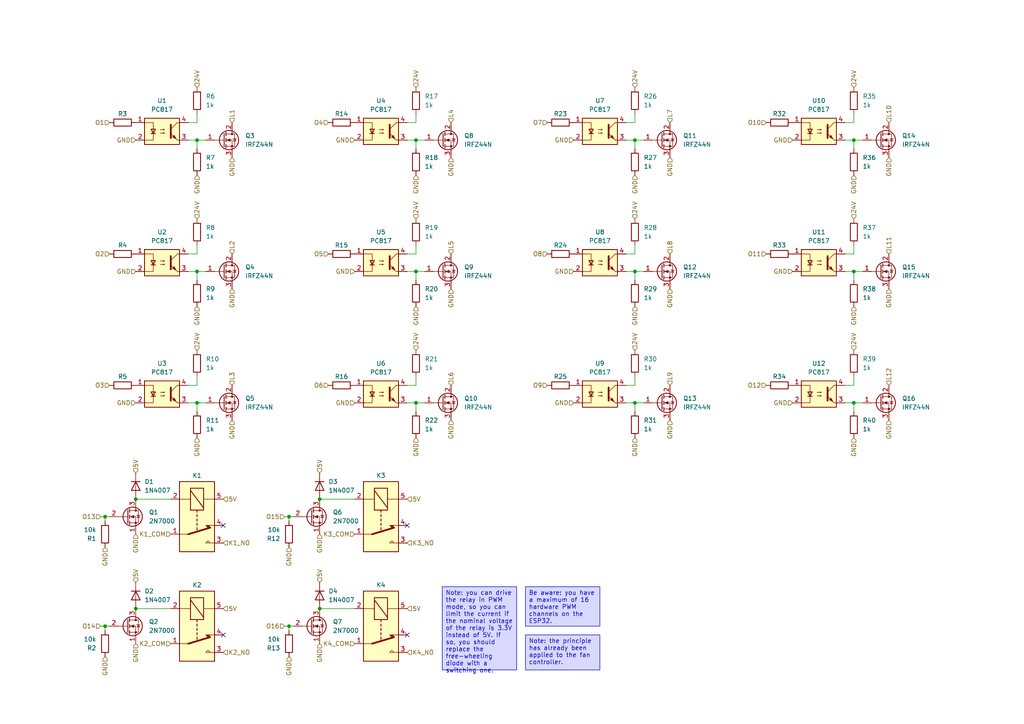
<source format=kicad_sch>
(kicad_sch (version 20231120) (generator "eeschema") (generator_version "8.0")
  (paper "A4")
  (title_block (title "Domoticata main control unit") (date "2024-07-14") (rev "0.1") (company "Davide Scalisi"))
  (lib_symbols
    (symbol "Device:R" (pin_numbers hide) (pin_names (offset 0))
      (property "Reference" "R" (at 2.032 0 90))
      (property "Value" "R" (at 0 0 90))
      (symbol "R_0_1"
        (rectangle (start -1.016 -2.54) (end 1.016 2.54) (stroke (width 0.254)))
      )
      (symbol "R_1_1"
        (pin passive line (at 0 3.81 270) (length 1.27) (name "~") (number "1"))
        (pin passive line (at 0 -3.81 90) (length 1.27) (name "~") (number "2"))
      )
    )
    (symbol "Diode:1N4007" (pin_numbers hide) (pin_names hide)
      (property "Reference" "D" (at 0 2.54 0))
      (property "Value" "1N4007" (at 0 -2.54 0))
      (symbol "1N4007_0_1"
        (polyline (pts (xy -1.27 1.27) (xy -1.27 -1.27)) (stroke (width 0.254)))
        (polyline (pts (xy 1.27 0) (xy -1.27 0)))
        (polyline (pts (xy 1.27 1.27) (xy 1.27 -1.27) (xy -1.27 0) (xy 1.27 1.27)) (stroke (width 0.254)))
      )
      (symbol "1N4007_1_1"
        (pin passive line (at -3.81 0 0) (length 2.54) (name "K") (number "1"))
        (pin passive line (at 3.81 0 180) (length 2.54) (name "A") (number "2"))
      )
    )
    (symbol "Isolator:PC817" (pin_names (offset 1.016))
      (property "Reference" "U" (at -5.08 5.08 0))
      (property "Value" "PC817" (at 0 5.08 0))
      (symbol "PC817_0_1"
        (rectangle (start -5.08 3.81) (end 5.08 -3.81) (stroke (width 0.254)) (fill (type background)))
        (polyline (pts (xy -3.175 -0.635) (xy -1.905 -0.635)) (stroke (width 0.254)))
        (polyline (pts (xy 2.54 0.635) (xy 4.445 2.54)))
        (polyline (pts (xy 4.445 -2.54) (xy 2.54 -0.635)) (fill (type outline)))
        (polyline (pts (xy 4.445 -2.54) (xy 5.08 -2.54)))
        (polyline (pts (xy 4.445 2.54) (xy 5.08 2.54)))
        (polyline (pts (xy -5.08 2.54) (xy -2.54 2.54) (xy -2.54 -0.635)))
        (polyline (pts (xy -2.54 -0.635) (xy -2.54 -2.54) (xy -5.08 -2.54)))
        (polyline (pts (xy 2.54 1.905) (xy 2.54 -1.905) (xy 2.54 -1.905)) (stroke (width 0.508)))
        (polyline (pts (xy -2.54 -0.635) (xy -3.175 0.635) (xy -1.905 0.635) (xy -2.54 -0.635)) (stroke (width 0.254)))
        (polyline (pts (xy -0.508 -0.508) (xy 0.762 -0.508) (xy 0.381 -0.635) (xy 0.381 -0.381) (xy 0.762 -0.508)))
        (polyline (pts (xy -0.508 0.508) (xy 0.762 0.508) (xy 0.381 0.381) (xy 0.381 0.635) (xy 0.762 0.508)))
        (polyline (pts (xy 3.048 -1.651) (xy 3.556 -1.143) (xy 4.064 -2.159) (xy 3.048 -1.651) (xy 3.048 -1.651)) (fill (type outline)))
      )
      (symbol "PC817_1_1"
        (pin passive line (at -7.62 2.54 0) (length 2.54) (name "~") (number "1"))
        (pin passive line (at -7.62 -2.54 0) (length 2.54) (name "~") (number "2"))
        (pin passive line (at 7.62 -2.54 180) (length 2.54) (name "~") (number "3"))
        (pin passive line (at 7.62 2.54 180) (length 2.54) (name "~") (number "4"))
      )
    )
    (symbol "Relay_SPDT_1"
      (property "Reference" "K1" (at -11.938 0 90))
      (symbol "Relay_SPDT_1_0_0"
        (polyline (pts (xy 7.62 5.08) (xy 7.62 2.54) (xy 6.985 3.175) (xy 7.62 3.81)))
      )
      (symbol "Relay_SPDT_1_0_1"
        (rectangle (start -10.16 5.08) (end 10.16 -5.08) (stroke (width 0.254)) (fill (type background)))
        (rectangle (start -8.255 1.905) (end -1.905 -1.905) (stroke (width 0.254)))
        (polyline (pts (xy -7.62 -1.905) (xy -2.54 1.905)) (stroke (width 0.254)))
        (polyline (pts (xy -5.08 -5.08) (xy -5.08 -1.905)))
        (polyline (pts (xy -5.08 5.08) (xy -5.08 1.905)))
        (polyline (pts (xy -1.905 0) (xy -1.27 0)) (stroke (width 0.254)))
        (polyline (pts (xy -0.635 0) (xy 0 0)) (stroke (width 0.254)))
        (polyline (pts (xy 0.635 0) (xy 1.27 0)) (stroke (width 0.254)))
        (polyline (pts (xy 1.905 0) (xy 2.54 0)) (stroke (width 0.254)))
        (polyline (pts (xy 3.175 0) (xy 3.81 0)) (stroke (width 0.254)))
        (polyline (pts (xy 5.08 -2.54) (xy 3.175 3.81)) (stroke (width 0.508)))
        (polyline (pts (xy 5.08 -2.54) (xy 5.08 -5.08)))
        (polyline (pts (xy 2.54 5.08) (xy 2.54 2.54) (xy 3.175 3.175) (xy 2.54 3.81)) (fill (type outline)))
      )
      (symbol "Relay_SPDT_1_1_1"
        (pin passive line (at 5.08 -7.62 90) (length 2.54) (name "~") (number "1"))
        (pin passive line (at -5.08 -7.62 90) (length 2.54) (name "~") (number "2"))
        (pin passive line (at 7.62 7.62 270) (length 2.54) (name "~") (number "3"))
        (pin passive line (at 2.54 7.62 270) (length 2.54) (name "~") (number "4"))
        (pin passive line (at -5.08 7.62 270) (length 2.54) (name "~") (number "5"))
      )
    )
    (symbol "Transistor_FET:2N7000" (pin_names hide)
      (property "Reference" "Q" (at 5.08 1.905 0))
      (property "Value" "2N7000" (at 5.08 0 0))
      (symbol "2N7000_0_1"
        (polyline (pts (xy 0.254 0) (xy -2.54 0)))
        (polyline (pts (xy 0.254 1.905) (xy 0.254 -1.905)) (stroke (width 0.254)))
        (polyline (pts (xy 0.762 -1.27) (xy 0.762 -2.286)) (stroke (width 0.254)))
        (polyline (pts (xy 0.762 0.508) (xy 0.762 -0.508)) (stroke (width 0.254)))
        (polyline (pts (xy 0.762 2.286) (xy 0.762 1.27)) (stroke (width 0.254)))
        (polyline (pts (xy 2.54 2.54) (xy 2.54 1.778)))
        (polyline (pts (xy 2.54 -2.54) (xy 2.54 0) (xy 0.762 0)))
        (polyline (pts (xy 0.762 -1.778) (xy 3.302 -1.778) (xy 3.302 1.778) (xy 0.762 1.778)))
        (polyline (pts (xy 1.016 0) (xy 2.032 0.381) (xy 2.032 -0.381) (xy 1.016 0)) (fill (type outline)))
        (polyline (pts (xy 2.794 0.508) (xy 2.921 0.381) (xy 3.683 0.381) (xy 3.81 0.254)))
        (polyline (pts (xy 3.302 0.381) (xy 2.921 -0.254) (xy 3.683 -0.254) (xy 3.302 0.381)))
        (circle (center 1.651 0) (radius 2.794) (stroke (width 0.254)))
        (circle (center 2.54 -1.778) (radius 0.254) (fill (type outline)))
        (circle (center 2.54 1.778) (radius 0.254) (fill (type outline)))
      )
      (symbol "2N7000_1_1"
        (pin passive line (at 2.54 -5.08 90) (length 2.54) (name "S") (number "1"))
        (pin input line (at -5.08 0 0) (length 2.54) (name "G") (number "2"))
        (pin passive line (at 2.54 5.08 270) (length 2.54) (name "D") (number "3"))
      )
    )
    (symbol "Transistor_FET:IRF540N" (pin_names hide)
      (property "Reference" "Q" (at 5.08 1.905 0))
      (property "Value" "IRF540N" (at 5.08 0 0))
      (symbol "IRF540N_0_1"
        (polyline (pts (xy 0.254 0) (xy -2.54 0)))
        (polyline (pts (xy 0.254 1.905) (xy 0.254 -1.905)) (stroke (width 0.254)))
        (polyline (pts (xy 0.762 -1.27) (xy 0.762 -2.286)) (stroke (width 0.254)))
        (polyline (pts (xy 0.762 0.508) (xy 0.762 -0.508)) (stroke (width 0.254)))
        (polyline (pts (xy 0.762 2.286) (xy 0.762 1.27)) (stroke (width 0.254)))
        (polyline (pts (xy 2.54 2.54) (xy 2.54 1.778)))
        (polyline (pts (xy 2.54 -2.54) (xy 2.54 0) (xy 0.762 0)))
        (polyline (pts (xy 0.762 -1.778) (xy 3.302 -1.778) (xy 3.302 1.778) (xy 0.762 1.778)))
        (polyline (pts (xy 1.016 0) (xy 2.032 0.381) (xy 2.032 -0.381) (xy 1.016 0)) (fill (type outline)))
        (polyline (pts (xy 2.794 0.508) (xy 2.921 0.381) (xy 3.683 0.381) (xy 3.81 0.254)))
        (polyline (pts (xy 3.302 0.381) (xy 2.921 -0.254) (xy 3.683 -0.254) (xy 3.302 0.381)))
        (circle (center 1.651 0) (radius 2.794) (stroke (width 0.254)))
        (circle (center 2.54 -1.778) (radius 0.254) (fill (type outline)))
        (circle (center 2.54 1.778) (radius 0.254) (fill (type outline)))
      )
      (symbol "IRF540N_1_1"
        (pin input line (at -5.08 0 0) (length 2.54) (name "G") (number "1"))
        (pin passive line (at 2.54 5.08 270) (length 2.54) (name "D") (number "2"))
        (pin passive line (at 2.54 -5.08 90) (length 2.54) (name "S") (number "3"))
      )
    )
  )
  (junction (at 247.65 40.64))
  (junction (at 30.48 181.61))
  (junction (at 57.15 40.64))
  (junction (at 120.65 78.74))
  (junction (at 57.15 78.74))
  (junction (at 184.15 40.64))
  (junction (at 120.65 116.84))
  (junction (at 39.37 144.78))
  (junction (at 184.15 116.84))
  (junction (at 39.37 176.53))
  (junction (at 83.82 149.86))
  (junction (at 92.71 176.53))
  (junction (at 30.48 149.86))
  (junction (at 120.65 40.64))
  (junction (at 184.15 78.74))
  (junction (at 83.82 181.61))
  (junction (at 247.65 78.74))
  (junction (at 247.65 116.84))
  (junction (at 57.15 116.84))
  (junction (at 92.71 144.78))
  (no_connect (at 118.11 152.4))
  (no_connect (at 64.77 152.4))
  (no_connect (at 118.11 184.15))
  (no_connect (at 64.77 184.15))
  (wire (pts (xy 120.65 116.84) (xy 123.19 116.84)))
  (wire (pts (xy 57.15 40.64) (xy 59.69 40.64)))
  (wire (pts (xy 120.65 78.74) (xy 123.19 78.74)))
  (wire (pts (xy 82.55 149.86) (xy 83.82 149.86)))
  (wire (pts (xy 92.71 176.53) (xy 102.87 176.53)))
  (wire (pts (xy 184.15 116.84) (xy 186.69 116.84)))
  (wire (pts (xy 118.11 78.74) (xy 120.65 78.74)))
  (wire (pts (xy 57.15 71.12) (xy 57.15 73.66)))
  (wire (pts (xy 57.15 33.02) (xy 57.15 35.56)))
  (wire (pts (xy 247.65 33.02) (xy 247.65 35.56)))
  (wire (pts (xy 57.15 116.84) (xy 59.69 116.84)))
  (wire (pts (xy 85.09 181.61) (xy 83.82 181.61)))
  (wire (pts (xy 247.65 40.64) (xy 250.19 40.64)))
  (wire (pts (xy 184.15 78.74) (xy 186.69 78.74)))
  (wire (pts (xy 184.15 81.28) (xy 184.15 78.74)))
  (wire (pts (xy 247.65 109.22) (xy 247.65 111.76)))
  (wire (pts (xy 57.15 81.28) (xy 57.15 78.74)))
  (wire (pts (xy 82.55 181.61) (xy 83.82 181.61)))
  (wire (pts (xy 184.15 109.22) (xy 184.15 111.76)))
  (wire (pts (xy 181.61 78.74) (xy 184.15 78.74)))
  (wire (pts (xy 184.15 71.12) (xy 184.15 73.66)))
  (wire (pts (xy 120.65 40.64) (xy 123.19 40.64)))
  (wire (pts (xy 247.65 116.84) (xy 250.19 116.84)))
  (wire (pts (xy 83.82 149.86) (xy 83.82 151.13)))
  (wire (pts (xy 181.61 40.64) (xy 184.15 40.64)))
  (wire (pts (xy 247.65 119.38) (xy 247.65 116.84)))
  (wire (pts (xy 30.48 181.61) (xy 30.48 182.88)))
  (wire (pts (xy 120.65 71.12) (xy 120.65 73.66)))
  (wire (pts (xy 245.11 78.74) (xy 247.65 78.74)))
  (wire (pts (xy 247.65 81.28) (xy 247.65 78.74)))
  (wire (pts (xy 184.15 73.66) (xy 181.61 73.66)))
  (wire (pts (xy 184.15 35.56) (xy 181.61 35.56)))
  (wire (pts (xy 57.15 43.18) (xy 57.15 40.64)))
  (wire (pts (xy 247.65 71.12) (xy 247.65 73.66)))
  (wire (pts (xy 120.65 35.56) (xy 118.11 35.56)))
  (wire (pts (xy 120.65 109.22) (xy 120.65 111.76)))
  (wire (pts (xy 184.15 40.64) (xy 186.69 40.64)))
  (wire (pts (xy 120.65 43.18) (xy 120.65 40.64)))
  (wire (pts (xy 83.82 181.61) (xy 83.82 182.88)))
  (wire (pts (xy 31.75 181.61) (xy 30.48 181.61)))
  (wire (pts (xy 54.61 78.74) (xy 57.15 78.74)))
  (wire (pts (xy 247.65 43.18) (xy 247.65 40.64)))
  (wire (pts (xy 181.61 116.84) (xy 184.15 116.84)))
  (wire (pts (xy 184.15 43.18) (xy 184.15 40.64)))
  (wire (pts (xy 245.11 40.64) (xy 247.65 40.64)))
  (wire (pts (xy 57.15 109.22) (xy 57.15 111.76)))
  (wire (pts (xy 184.15 111.76) (xy 181.61 111.76)))
  (wire (pts (xy 57.15 73.66) (xy 54.61 73.66)))
  (wire (pts (xy 247.65 35.56) (xy 245.11 35.56)))
  (wire (pts (xy 247.65 78.74) (xy 250.19 78.74)))
  (wire (pts (xy 29.21 181.61) (xy 30.48 181.61)))
  (wire (pts (xy 247.65 111.76) (xy 245.11 111.76)))
  (wire (pts (xy 54.61 116.84) (xy 57.15 116.84)))
  (wire (pts (xy 39.37 176.53) (xy 49.53 176.53)))
  (wire (pts (xy 184.15 33.02) (xy 184.15 35.56)))
  (wire (pts (xy 39.37 144.78) (xy 49.53 144.78)))
  (wire (pts (xy 120.65 111.76) (xy 118.11 111.76)))
  (wire (pts (xy 57.15 111.76) (xy 54.61 111.76)))
  (wire (pts (xy 92.71 144.78) (xy 102.87 144.78)))
  (wire (pts (xy 184.15 119.38) (xy 184.15 116.84)))
  (wire (pts (xy 57.15 78.74) (xy 59.69 78.74)))
  (wire (pts (xy 31.75 149.86) (xy 30.48 149.86)))
  (wire (pts (xy 118.11 40.64) (xy 120.65 40.64)))
  (wire (pts (xy 29.21 149.86) (xy 30.48 149.86)))
  (wire (pts (xy 30.48 149.86) (xy 30.48 151.13)))
  (wire (pts (xy 57.15 119.38) (xy 57.15 116.84)))
  (wire (pts (xy 245.11 116.84) (xy 247.65 116.84)))
  (wire (pts (xy 120.65 119.38) (xy 120.65 116.84)))
  (wire (pts (xy 120.65 81.28) (xy 120.65 78.74)))
  (wire (pts (xy 57.15 35.56) (xy 54.61 35.56)))
  (wire (pts (xy 85.09 149.86) (xy 83.82 149.86)))
  (wire (pts (xy 118.11 116.84) (xy 120.65 116.84)))
  (wire (pts (xy 247.65 73.66) (xy 245.11 73.66)))
  (wire (pts (xy 120.65 73.66) (xy 118.11 73.66)))
  (wire (pts (xy 120.65 33.02) (xy 120.65 35.56)))
  (wire (pts (xy 54.61 40.64) (xy 57.15 40.64)))
  (text_box "Note: you can drive the relay in PWM mode, so you can limit the current if the nominal voltage of the relay is 3.3V instead of 5V. If so, you should replace the free-wheeling diode with a switching one." (at 128.27 170.18 0) (size 21.59 24.13) (fill (type color) (color 0 0 255 0.15)) (effects (font (size 1.27 1.27)) (justify left top)))
  (text_box "Be aware: you have a maximum of 16 hardware PWM channels on the ESP32." (at 152.4 170.18 0) (size 21.59 11.43) (fill (type color) (color 0 0 255 0.15)) (effects (font (size 1.27 1.27)) (justify left top)))
  (text_box "Note: the principle has already been applied to the fan controller." (at 152.4 184.15 0) (size 21.59 10.16) (fill (type color) (color 0 0 255 0.15)) (effects (font (size 1.27 1.27)) (justify left top)))
  (hierarchical_label "GND" (shape input) (at 39.37 40.64 180))
  (hierarchical_label "K4_COM" (shape input) (at 102.87 186.69 180))
  (hierarchical_label "L7" (shape input) (at 194.31 35.56 90))
  (hierarchical_label "K3_COM" (shape input) (at 102.87 154.94 180))
  (hierarchical_label "GND" (shape input) (at 30.48 190.5 270))
  (hierarchical_label "L12" (shape input) (at 257.81 111.76 90))
  (hierarchical_label "5V" (shape input) (at 39.37 137.16 90))
  (hierarchical_label "GND" (shape input) (at 247.65 88.9 270))
  (hierarchical_label "O3" (shape input) (at 31.75 111.76 180))
  (hierarchical_label "GND" (shape input) (at 102.87 116.84 180))
  (hierarchical_label "L4" (shape input) (at 130.81 35.56 90))
  (hierarchical_label "O8" (shape input) (at 158.75 73.66 180))
  (hierarchical_label "L3" (shape input) (at 67.31 111.76 90))
  (hierarchical_label "GND" (shape input) (at 57.15 127 270))
  (hierarchical_label "24V" (shape input) (at 57.15 63.5 90))
  (hierarchical_label "GND" (shape input) (at 67.31 83.82 270))
  (hierarchical_label "GND" (shape input) (at 57.15 50.8 270))
  (hierarchical_label "GND" (shape input) (at 184.15 50.8 270))
  (hierarchical_label "GND" (shape input) (at 184.15 127 270))
  (hierarchical_label "GND" (shape input) (at 39.37 116.84 180))
  (hierarchical_label "L1" (shape input) (at 67.31 35.56 90))
  (hierarchical_label "L6" (shape input) (at 130.81 111.76 90))
  (hierarchical_label "GND" (shape input) (at 229.87 78.74 180))
  (hierarchical_label "GND" (shape input) (at 257.81 83.82 270))
  (hierarchical_label "O13" (shape input) (at 29.21 149.86 180))
  (hierarchical_label "GND" (shape input) (at 39.37 154.94 270))
  (hierarchical_label "L5" (shape input) (at 130.81 73.66 90))
  (hierarchical_label "O5" (shape input) (at 95.25 73.66 180))
  (hierarchical_label "K3_NO" (shape input) (at 118.11 157.48 0))
  (hierarchical_label "GND" (shape input) (at 247.65 50.8 270))
  (hierarchical_label "GND" (shape input) (at 102.87 40.64 180))
  (hierarchical_label "GND" (shape input) (at 257.81 45.72 270))
  (hierarchical_label "GND" (shape input) (at 92.71 186.69 270))
  (hierarchical_label "GND" (shape input) (at 229.87 40.64 180))
  (hierarchical_label "5V" (shape input) (at 118.11 176.53 0))
  (hierarchical_label "O1" (shape input) (at 31.75 35.56 180))
  (hierarchical_label "O16" (shape input) (at 82.55 181.61 180))
  (hierarchical_label "K2_NO" (shape input) (at 64.77 189.23 0))
  (hierarchical_label "5V" (shape input) (at 64.77 144.78 0))
  (hierarchical_label "O7" (shape input) (at 158.75 35.56 180))
  (hierarchical_label "GND" (shape input) (at 194.31 83.82 270))
  (hierarchical_label "GND" (shape input) (at 257.81 121.92 270))
  (hierarchical_label "GND" (shape input) (at 130.81 83.82 270))
  (hierarchical_label "24V" (shape input) (at 120.65 101.6 90))
  (hierarchical_label "L2" (shape input) (at 67.31 73.66 90))
  (hierarchical_label "24V" (shape input) (at 247.65 101.6 90))
  (hierarchical_label "24V" (shape input) (at 57.15 101.6 90))
  (hierarchical_label "24V" (shape input) (at 120.65 25.4 90))
  (hierarchical_label "5V" (shape input) (at 64.77 176.53 0))
  (hierarchical_label "K4_NO" (shape input) (at 118.11 189.23 0))
  (hierarchical_label "O10" (shape input) (at 222.25 35.56 180))
  (hierarchical_label "GND" (shape input) (at 39.37 78.74 180))
  (hierarchical_label "L8" (shape input) (at 194.31 73.66 90))
  (hierarchical_label "GND" (shape input) (at 57.15 88.9 270))
  (hierarchical_label "24V" (shape input) (at 247.65 25.4 90))
  (hierarchical_label "GND" (shape input) (at 83.82 158.75 270))
  (hierarchical_label "GND" (shape input) (at 130.81 121.92 270))
  (hierarchical_label "O2" (shape input) (at 31.75 73.66 180))
  (hierarchical_label "GND" (shape input) (at 166.37 78.74 180))
  (hierarchical_label "24V" (shape input) (at 57.15 25.4 90))
  (hierarchical_label "GND" (shape input) (at 166.37 116.84 180))
  (hierarchical_label "GND" (shape input) (at 30.48 158.75 270))
  (hierarchical_label "GND" (shape input) (at 120.65 50.8 270))
  (hierarchical_label "L11" (shape input) (at 257.81 73.66 90))
  (hierarchical_label "O15" (shape input) (at 82.55 149.86 180))
  (hierarchical_label "24V" (shape input) (at 184.15 63.5 90))
  (hierarchical_label "5V" (shape input) (at 92.71 168.91 90))
  (hierarchical_label "24V" (shape input) (at 120.65 63.5 90))
  (hierarchical_label "O12" (shape input) (at 222.25 111.76 180))
  (hierarchical_label "L10" (shape input) (at 257.81 35.56 90))
  (hierarchical_label "O9" (shape input) (at 158.75 111.76 180))
  (hierarchical_label "GND" (shape input) (at 247.65 127 270))
  (hierarchical_label "5V" (shape input) (at 92.71 137.16 90))
  (hierarchical_label "24V" (shape input) (at 184.15 101.6 90))
  (hierarchical_label "L9" (shape input) (at 194.31 111.76 90))
  (hierarchical_label "24V" (shape input) (at 247.65 63.5 90))
  (hierarchical_label "O6" (shape input) (at 95.25 111.76 180))
  (hierarchical_label "24V" (shape input) (at 184.15 25.4 90))
  (hierarchical_label "O11" (shape input) (at 222.25 73.66 180))
  (hierarchical_label "K1_COM" (shape input) (at 49.53 154.94 180))
  (hierarchical_label "GND" (shape input) (at 166.37 40.64 180))
  (hierarchical_label "GND" (shape input) (at 67.31 121.92 270))
  (hierarchical_label "GND" (shape input) (at 130.81 45.72 270))
  (hierarchical_label "GND" (shape input) (at 39.37 186.69 270))
  (hierarchical_label "GND" (shape input) (at 67.31 45.72 270))
  (hierarchical_label "O14" (shape input) (at 29.21 181.61 180))
  (hierarchical_label "5V" (shape input) (at 39.37 168.91 90))
  (hierarchical_label "GND" (shape input) (at 92.71 154.94 270))
  (hierarchical_label "K1_NO" (shape input) (at 64.77 157.48 0))
  (hierarchical_label "GND" (shape input) (at 83.82 190.5 270))
  (hierarchical_label "GND" (shape input) (at 102.87 78.74 180))
  (hierarchical_label "GND" (shape input) (at 194.31 45.72 270))
  (hierarchical_label "GND" (shape input) (at 120.65 127 270))
  (hierarchical_label "GND" (shape input) (at 120.65 88.9 270))
  (hierarchical_label "O4" (shape input) (at 95.25 35.56 180))
  (hierarchical_label "GND" (shape input) (at 194.31 121.92 270))
  (hierarchical_label "5V" (shape input) (at 118.11 144.78 0))
  (hierarchical_label "GND" (shape input) (at 229.87 116.84 180))
  (hierarchical_label "K2_COM" (shape input) (at 49.53 186.69 180))
  (hierarchical_label "GND" (shape input) (at 184.15 88.9 270))
  (symbol (lib_name "Relay_SPDT_1") (lib_id "Relay:Relay_SPDT") (at 110.49 149.86 270) (unit 1)
    (property "Reference" "K3" (at 110.49 137.922 90))
    (property "Value" "Relay_SPDT" (effects (hide yes)))
    (property "Footprint" "Relay_THT:Relay_SPDT_Omron-G5LE-1" (effects (hide yes)))
    (property "Description" "Monostable Relay SPDT, EN50005" (effects (hide yes)))
  )
  (symbol (lib_id "Device:R") (at 57.15 67.31 180) (unit 1)
    (property "Reference" "R8" (at 59.69 66.0399 0) (effects (justify right)))
    (property "Value" "1k" (at 59.69 68.5799 0) (effects (justify right)))
    (property "Footprint" "Resistor_THT:R_Axial_DIN0207_L6.3mm_D2.5mm_P7.62mm_Horizontal" (effects (hide yes)))
    (property "Description" "Resistor" (effects (hide yes)))
  )
  (symbol (lib_id "Device:R") (at 99.06 35.56 90) (unit 1)
    (property "Reference" "R14" (at 99.06 33.02 90))
    (property "Value" "R" (effects (hide yes)))
    (property "Footprint" "Resistor_THT:R_Axial_DIN0207_L6.3mm_D2.5mm_P7.62mm_Horizontal" (effects (hide yes)))
    (property "Description" "Resistor" (effects (hide yes)))
  )
  (symbol (lib_id "Transistor_FET:IRF540N") (at 128.27 78.74 0) (unit 1)
    (property "Reference" "Q9" (at 134.62 77.4699 0) (effects (justify left)))
    (property "Value" "IRFZ44N" (at 134.62 80.0099 0) (effects (justify left)))
    (property "Footprint" "Package_TO_SOT_THT:TO-220-3_Vertical" (effects (hide yes)))
  )
  (symbol (lib_id "Device:R") (at 247.65 85.09 180) (unit 1)
    (property "Reference" "R38" (at 250.19 83.8199 0) (effects (justify right)))
    (property "Value" "1k" (at 250.19 86.3599 0) (effects (justify right)))
    (property "Footprint" "Resistor_THT:R_Axial_DIN0207_L6.3mm_D2.5mm_P7.62mm_Horizontal" (effects (hide yes)))
    (property "Description" "Resistor" (effects (hide yes)))
  )
  (symbol (lib_id "Device:R") (at 247.65 29.21 180) (unit 1)
    (property "Reference" "R35" (at 250.19 27.9399 0) (effects (justify right)))
    (property "Value" "1k" (at 250.19 30.4799 0) (effects (justify right)))
    (property "Footprint" "Resistor_THT:R_Axial_DIN0207_L6.3mm_D2.5mm_P7.62mm_Horizontal" (effects (hide yes)))
    (property "Description" "Resistor" (effects (hide yes)))
  )
  (symbol (lib_id "Device:R") (at 57.15 105.41 180) (unit 1)
    (property "Reference" "R10" (at 59.69 104.1399 0) (effects (justify right)))
    (property "Value" "1k" (at 59.69 106.6799 0) (effects (justify right)))
    (property "Footprint" "Resistor_THT:R_Axial_DIN0207_L6.3mm_D2.5mm_P7.62mm_Horizontal" (effects (hide yes)))
    (property "Description" "Resistor" (effects (hide yes)))
  )
  (symbol (lib_id "Transistor_FET:2N7000") (at 36.83 149.86 0) (unit 1)
    (property "Reference" "Q1" (at 43.18 148.5899 0) (effects (justify left)))
    (property "Value" "2N7000" (at 43.18 151.1299 0) (effects (justify left)))
    (property "Footprint" "Package_TO_SOT_THT:TO-92_Inline" (effects (hide yes)))
    (property "Datasheet" "https://www.vishay.com/docs/70226/70226.pdf" (effects (hide yes)))
    (property "Description" "0.2A Id, 200V Vds, N-Channel MOSFET, 2.6V Logic Level, TO-92" (effects (hide yes)))
  )
  (symbol (lib_id "Transistor_FET:IRF540N") (at 64.77 116.84 0) (unit 1)
    (property "Reference" "Q5" (at 71.12 115.5699 0) (effects (justify left)))
    (property "Value" "IRFZ44N" (at 71.12 118.1099 0) (effects (justify left)))
    (property "Footprint" "Package_TO_SOT_THT:TO-220-3_Vertical" (effects (hide yes)))
  )
  (symbol (lib_id "Device:R") (at 162.56 35.56 90) (unit 1)
    (property "Reference" "R23" (at 162.56 33.02 90))
    (property "Value" "R" (effects (hide yes)))
    (property "Footprint" "Resistor_THT:R_Axial_DIN0207_L6.3mm_D2.5mm_P7.62mm_Horizontal" (effects (hide yes)))
    (property "Description" "Resistor" (effects (hide yes)))
  )
  (symbol (lib_name "Relay_SPDT_1") (lib_id "Relay:Relay_SPDT") (at 57.15 181.61 270) (unit 1)
    (property "Reference" "K2" (at 57.15 169.672 90))
    (property "Value" "Relay_SPDT" (effects (hide yes)))
    (property "Footprint" "Relay_THT:Relay_SPDT_Omron-G5LE-1" (effects (hide yes)))
    (property "Description" "Monostable Relay SPDT, EN50005" (effects (hide yes)))
  )
  (symbol (lib_id "Device:R") (at 184.15 105.41 180) (unit 1)
    (property "Reference" "R30" (at 186.69 104.1399 0) (effects (justify right)))
    (property "Value" "1k" (at 186.69 106.6799 0) (effects (justify right)))
    (property "Footprint" "Resistor_THT:R_Axial_DIN0207_L6.3mm_D2.5mm_P7.62mm_Horizontal" (effects (hide yes)))
    (property "Description" "Resistor" (effects (hide yes)))
  )
  (symbol (lib_id "Device:R") (at 57.15 85.09 180) (unit 1)
    (property "Reference" "R9" (at 59.69 83.8199 0) (effects (justify right)))
    (property "Value" "1k" (at 59.69 86.3599 0) (effects (justify right)))
    (property "Footprint" "Resistor_THT:R_Axial_DIN0207_L6.3mm_D2.5mm_P7.62mm_Horizontal" (effects (hide yes)))
    (property "Description" "Resistor" (effects (hide yes)))
  )
  (symbol (lib_id "Transistor_FET:IRF540N") (at 255.27 78.74 0) (unit 1)
    (property "Reference" "Q15" (at 261.62 77.4699 0) (effects (justify left)))
    (property "Value" "IRFZ44N" (at 261.62 80.0099 0) (effects (justify left)))
    (property "Footprint" "Package_TO_SOT_THT:TO-220-3_Vertical" (effects (hide yes)))
  )
  (symbol (lib_id "Transistor_FET:IRF540N") (at 64.77 40.64 0) (unit 1)
    (property "Reference" "Q3" (at 71.12 39.3699 0) (effects (justify left)))
    (property "Value" "IRFZ44N" (at 71.12 41.9099 0) (effects (justify left)))
    (property "Footprint" "Package_TO_SOT_THT:TO-220-3_Vertical" (effects (hide yes)))
  )
  (symbol (lib_id "Isolator:PC817") (at 237.49 76.2 0) (unit 1)
    (property "Reference" "U11" (at 237.49 67.31 0))
    (property "Value" "PC817" (at 237.49 69.85 0))
    (property "Footprint" "Package_DIP:DIP-4_W7.62mm" (effects (hide yes)))
    (property "Datasheet" "http://www.soselectronic.cz/a_info/resource/d/pc817.pdf" (effects (hide yes)))
    (property "Description" "DC Optocoupler, Vce 35V, CTR 50-300%, DIP-4" (effects (hide yes)))
  )
  (symbol (lib_id "Device:R") (at 226.06 35.56 90) (unit 1)
    (property "Reference" "R32" (at 226.06 33.02 90))
    (property "Value" "R" (effects (hide yes)))
    (property "Footprint" "Resistor_THT:R_Axial_DIN0207_L6.3mm_D2.5mm_P7.62mm_Horizontal" (effects (hide yes)))
    (property "Description" "Resistor" (effects (hide yes)))
  )
  (symbol (lib_id "Device:R") (at 162.56 111.76 90) (unit 1)
    (property "Reference" "R25" (at 162.56 109.22 90))
    (property "Value" "R" (effects (hide yes)))
    (property "Footprint" "Resistor_THT:R_Axial_DIN0207_L6.3mm_D2.5mm_P7.62mm_Horizontal" (effects (hide yes)))
    (property "Description" "Resistor" (effects (hide yes)))
  )
  (symbol (lib_id "Transistor_FET:2N7000") (at 90.17 181.61 0) (unit 1)
    (property "Reference" "Q7" (at 96.52 180.3399 0) (effects (justify left)))
    (property "Value" "2N7000" (at 96.52 182.8799 0) (effects (justify left)))
    (property "Footprint" "Package_TO_SOT_THT:TO-92_Inline" (effects (hide yes)))
    (property "Datasheet" "https://www.vishay.com/docs/70226/70226.pdf" (effects (hide yes)))
    (property "Description" "0.2A Id, 200V Vds, N-Channel MOSFET, 2.6V Logic Level, TO-92" (effects (hide yes)))
  )
  (symbol (lib_id "Device:R") (at 184.15 29.21 180) (unit 1)
    (property "Reference" "R26" (at 186.69 27.9399 0) (effects (justify right)))
    (property "Value" "1k" (at 186.69 30.4799 0) (effects (justify right)))
    (property "Footprint" "Resistor_THT:R_Axial_DIN0207_L6.3mm_D2.5mm_P7.62mm_Horizontal" (effects (hide yes)))
    (property "Description" "Resistor" (effects (hide yes)))
  )
  (symbol (lib_id "Isolator:PC817") (at 173.99 114.3 0) (unit 1)
    (property "Reference" "U9" (at 173.99 105.41 0))
    (property "Value" "PC817" (at 173.99 107.95 0))
    (property "Footprint" "Package_DIP:DIP-4_W7.62mm" (effects (hide yes)))
    (property "Datasheet" "http://www.soselectronic.cz/a_info/resource/d/pc817.pdf" (effects (hide yes)))
    (property "Description" "DC Optocoupler, Vce 35V, CTR 50-300%, DIP-4" (effects (hide yes)))
  )
  (symbol (lib_id "Transistor_FET:IRF540N") (at 191.77 40.64 0) (unit 1)
    (property "Reference" "Q11" (at 198.12 39.3699 0) (effects (justify left)))
    (property "Value" "IRFZ44N" (at 198.12 41.9099 0) (effects (justify left)))
    (property "Footprint" "Package_TO_SOT_THT:TO-220-3_Vertical" (effects (hide yes)))
  )
  (symbol (lib_id "Device:R") (at 247.65 46.99 180) (unit 1)
    (property "Reference" "R36" (at 250.19 45.7199 0) (effects (justify right)))
    (property "Value" "1k" (at 250.19 48.2599 0) (effects (justify right)))
    (property "Footprint" "Resistor_THT:R_Axial_DIN0207_L6.3mm_D2.5mm_P7.62mm_Horizontal" (effects (hide yes)))
    (property "Description" "Resistor" (effects (hide yes)))
  )
  (symbol (lib_id "Isolator:PC817") (at 110.49 38.1 0) (unit 1)
    (property "Reference" "U4" (at 110.49 29.21 0))
    (property "Value" "PC817" (at 110.49 31.75 0))
    (property "Footprint" "Package_DIP:DIP-4_W7.62mm" (effects (hide yes)))
    (property "Datasheet" "http://www.soselectronic.cz/a_info/resource/d/pc817.pdf" (effects (hide yes)))
    (property "Description" "DC Optocoupler, Vce 35V, CTR 50-300%, DIP-4" (effects (hide yes)))
  )
  (symbol (lib_id "Isolator:PC817") (at 110.49 114.3 0) (unit 1)
    (property "Reference" "U6" (at 110.49 105.41 0))
    (property "Value" "PC817" (at 110.49 107.95 0))
    (property "Footprint" "Package_DIP:DIP-4_W7.62mm" (effects (hide yes)))
    (property "Datasheet" "http://www.soselectronic.cz/a_info/resource/d/pc817.pdf" (effects (hide yes)))
    (property "Description" "DC Optocoupler, Vce 35V, CTR 50-300%, DIP-4" (effects (hide yes)))
  )
  (symbol (lib_id "Isolator:PC817") (at 110.49 76.2 0) (unit 1)
    (property "Reference" "U5" (at 110.49 67.31 0))
    (property "Value" "PC817" (at 110.49 69.85 0))
    (property "Footprint" "Package_DIP:DIP-4_W7.62mm" (effects (hide yes)))
    (property "Datasheet" "http://www.soselectronic.cz/a_info/resource/d/pc817.pdf" (effects (hide yes)))
    (property "Description" "DC Optocoupler, Vce 35V, CTR 50-300%, DIP-4" (effects (hide yes)))
  )
  (symbol (lib_id "Isolator:PC817") (at 237.49 38.1 0) (unit 1)
    (property "Reference" "U10" (at 237.49 29.21 0))
    (property "Value" "PC817" (at 237.49 31.75 0))
    (property "Footprint" "Package_DIP:DIP-4_W7.62mm" (effects (hide yes)))
    (property "Datasheet" "http://www.soselectronic.cz/a_info/resource/d/pc817.pdf" (effects (hide yes)))
    (property "Description" "DC Optocoupler, Vce 35V, CTR 50-300%, DIP-4" (effects (hide yes)))
  )
  (symbol (lib_id "Transistor_FET:2N7000") (at 36.83 181.61 0) (unit 1)
    (property "Reference" "Q2" (at 43.18 180.3399 0) (effects (justify left)))
    (property "Value" "2N7000" (at 43.18 182.8799 0) (effects (justify left)))
    (property "Footprint" "Package_TO_SOT_THT:TO-92_Inline" (effects (hide yes)))
    (property "Datasheet" "https://www.vishay.com/docs/70226/70226.pdf" (effects (hide yes)))
    (property "Description" "0.2A Id, 200V Vds, N-Channel MOSFET, 2.6V Logic Level, TO-92" (effects (hide yes)))
  )
  (symbol (lib_id "Device:R") (at 184.15 46.99 180) (unit 1)
    (property "Reference" "R27" (at 186.69 45.7199 0) (effects (justify right)))
    (property "Value" "1k" (at 186.69 48.2599 0) (effects (justify right)))
    (property "Footprint" "Resistor_THT:R_Axial_DIN0207_L6.3mm_D2.5mm_P7.62mm_Horizontal" (effects (hide yes)))
    (property "Description" "Resistor" (effects (hide yes)))
  )
  (symbol (lib_id "Device:R") (at 162.56 73.66 90) (unit 1)
    (property "Reference" "R24" (at 162.56 71.12 90))
    (property "Value" "R" (effects (hide yes)))
    (property "Footprint" "Resistor_THT:R_Axial_DIN0207_L6.3mm_D2.5mm_P7.62mm_Horizontal" (effects (hide yes)))
    (property "Description" "Resistor" (effects (hide yes)))
  )
  (symbol (lib_id "Device:R") (at 120.65 67.31 180) (unit 1)
    (property "Reference" "R19" (at 123.19 66.0399 0) (effects (justify right)))
    (property "Value" "1k" (at 123.19 68.5799 0) (effects (justify right)))
    (property "Footprint" "Resistor_THT:R_Axial_DIN0207_L6.3mm_D2.5mm_P7.62mm_Horizontal" (effects (hide yes)))
    (property "Description" "Resistor" (effects (hide yes)))
  )
  (symbol (lib_id "Isolator:PC817") (at 46.99 38.1 0) (unit 1)
    (property "Reference" "U1" (at 46.99 29.21 0))
    (property "Value" "PC817" (at 46.99 31.75 0))
    (property "Footprint" "Package_DIP:DIP-4_W7.62mm" (effects (hide yes)))
    (property "Datasheet" "http://www.soselectronic.cz/a_info/resource/d/pc817.pdf" (effects (hide yes)))
    (property "Description" "DC Optocoupler, Vce 35V, CTR 50-300%, DIP-4" (effects (hide yes)))
  )
  (symbol (lib_id "Transistor_FET:IRF540N") (at 191.77 116.84 0) (unit 1)
    (property "Reference" "Q13" (at 198.12 115.5699 0) (effects (justify left)))
    (property "Value" "IRFZ44N" (at 198.12 118.1099 0) (effects (justify left)))
    (property "Footprint" "Package_TO_SOT_THT:TO-220-3_Vertical" (effects (hide yes)))
  )
  (symbol (lib_id "Device:R") (at 83.82 154.94 180) (unit 1)
    (property "Reference" "R12" (at 81.28 156.2101 0) (effects (justify left)))
    (property "Value" "10k" (at 81.28 153.6701 0) (effects (justify left)))
    (property "Footprint" "Resistor_THT:R_Axial_DIN0207_L6.3mm_D2.5mm_P7.62mm_Horizontal" (effects (hide yes)))
    (property "Description" "Resistor" (effects (hide yes)))
  )
  (symbol (lib_id "Device:R") (at 120.65 105.41 180) (unit 1)
    (property "Reference" "R21" (at 123.19 104.1399 0) (effects (justify right)))
    (property "Value" "1k" (at 123.19 106.6799 0) (effects (justify right)))
    (property "Footprint" "Resistor_THT:R_Axial_DIN0207_L6.3mm_D2.5mm_P7.62mm_Horizontal" (effects (hide yes)))
    (property "Description" "Resistor" (effects (hide yes)))
  )
  (symbol (lib_id "Device:R") (at 184.15 67.31 180) (unit 1)
    (property "Reference" "R28" (at 186.69 66.0399 0) (effects (justify right)))
    (property "Value" "1k" (at 186.69 68.5799 0) (effects (justify right)))
    (property "Footprint" "Resistor_THT:R_Axial_DIN0207_L6.3mm_D2.5mm_P7.62mm_Horizontal" (effects (hide yes)))
    (property "Description" "Resistor" (effects (hide yes)))
  )
  (symbol (lib_id "Device:R") (at 99.06 73.66 90) (unit 1)
    (property "Reference" "R15" (at 99.06 71.12 90))
    (property "Value" "R" (effects (hide yes)))
    (property "Footprint" "Resistor_THT:R_Axial_DIN0207_L6.3mm_D2.5mm_P7.62mm_Horizontal" (effects (hide yes)))
    (property "Description" "Resistor" (effects (hide yes)))
  )
  (symbol (lib_id "Transistor_FET:IRF540N") (at 255.27 40.64 0) (unit 1)
    (property "Reference" "Q14" (at 261.62 39.3699 0) (effects (justify left)))
    (property "Value" "IRFZ44N" (at 261.62 41.9099 0) (effects (justify left)))
    (property "Footprint" "Package_TO_SOT_THT:TO-220-3_Vertical" (effects (hide yes)))
  )
  (symbol (lib_id "Diode:1N4007") (at 92.71 172.72 270) (unit 1)
    (property "Reference" "D4" (at 95.25 171.4499 90) (effects (justify left)))
    (property "Value" "1N4007" (at 95.25 173.9899 90) (effects (justify left)))
    (property "Footprint" "Diode_THT:D_DO-41_SOD81_P7.62mm_Horizontal" (effects (hide yes)))
    (property "Datasheet" "http://www.vishay.com/docs/88503/1n4001.pdf" (effects (hide yes)))
    (property "Description" "1000V 1A General Purpose Rectifier Diode, DO-41" (effects (hide yes)))
    (property "Sim.Device" "D" (effects (hide yes)))
    (property "Sim.Pins" "1=K 2=A" (effects (hide yes)))
  )
  (symbol (lib_id "Diode:1N4007") (at 39.37 172.72 270) (unit 1)
    (property "Reference" "D2" (at 41.91 171.4499 90) (effects (justify left)))
    (property "Value" "1N4007" (at 41.91 173.9899 90) (effects (justify left)))
    (property "Footprint" "Diode_THT:D_DO-41_SOD81_P7.62mm_Horizontal" (effects (hide yes)))
    (property "Datasheet" "http://www.vishay.com/docs/88503/1n4001.pdf" (effects (hide yes)))
    (property "Description" "1000V 1A General Purpose Rectifier Diode, DO-41" (effects (hide yes)))
    (property "Sim.Device" "D" (effects (hide yes)))
    (property "Sim.Pins" "1=K 2=A" (effects (hide yes)))
  )
  (symbol (lib_id "Device:R") (at 99.06 111.76 90) (unit 1)
    (property "Reference" "R16" (at 99.06 109.22 90))
    (property "Value" "R" (effects (hide yes)))
    (property "Footprint" "Resistor_THT:R_Axial_DIN0207_L6.3mm_D2.5mm_P7.62mm_Horizontal" (effects (hide yes)))
    (property "Description" "Resistor" (effects (hide yes)))
  )
  (symbol (lib_id "Device:R") (at 120.65 85.09 180) (unit 1)
    (property "Reference" "R20" (at 123.19 83.8199 0) (effects (justify right)))
    (property "Value" "1k" (at 123.19 86.3599 0) (effects (justify right)))
    (property "Footprint" "Resistor_THT:R_Axial_DIN0207_L6.3mm_D2.5mm_P7.62mm_Horizontal" (effects (hide yes)))
    (property "Description" "Resistor" (effects (hide yes)))
  )
  (symbol (lib_id "Device:R") (at 120.65 123.19 180) (unit 1)
    (property "Reference" "R22" (at 123.19 121.9199 0) (effects (justify right)))
    (property "Value" "1k" (at 123.19 124.4599 0) (effects (justify right)))
    (property "Footprint" "Resistor_THT:R_Axial_DIN0207_L6.3mm_D2.5mm_P7.62mm_Horizontal" (effects (hide yes)))
    (property "Description" "Resistor" (effects (hide yes)))
  )
  (symbol (lib_id "Transistor_FET:IRF540N") (at 64.77 78.74 0) (unit 1)
    (property "Reference" "Q4" (at 71.12 77.4699 0) (effects (justify left)))
    (property "Value" "IRFZ44N" (at 71.12 80.0099 0) (effects (justify left)))
    (property "Footprint" "Package_TO_SOT_THT:TO-220-3_Vertical" (effects (hide yes)))
  )
  (symbol (lib_id "Diode:1N4007") (at 39.37 140.97 270) (unit 1)
    (property "Reference" "D1" (at 41.91 139.6999 90) (effects (justify left)))
    (property "Value" "1N4007" (at 41.91 142.2399 90) (effects (justify left)))
    (property "Footprint" "Diode_THT:D_DO-41_SOD81_P7.62mm_Horizontal" (effects (hide yes)))
    (property "Datasheet" "http://www.vishay.com/docs/88503/1n4001.pdf" (effects (hide yes)))
    (property "Description" "1000V 1A General Purpose Rectifier Diode, DO-41" (effects (hide yes)))
    (property "Sim.Device" "D" (effects (hide yes)))
    (property "Sim.Pins" "1=K 2=A" (effects (hide yes)))
  )
  (symbol (lib_id "Transistor_FET:IRF540N") (at 128.27 40.64 0) (unit 1)
    (property "Reference" "Q8" (at 134.62 39.3699 0) (effects (justify left)))
    (property "Value" "IRFZ44N" (at 134.62 41.9099 0) (effects (justify left)))
    (property "Footprint" "Package_TO_SOT_THT:TO-220-3_Vertical" (effects (hide yes)))
  )
  (symbol (lib_id "Isolator:PC817") (at 173.99 76.2 0) (unit 1)
    (property "Reference" "U8" (at 173.99 67.31 0))
    (property "Value" "PC817" (at 173.99 69.85 0))
    (property "Footprint" "Package_DIP:DIP-4_W7.62mm" (effects (hide yes)))
    (property "Datasheet" "http://www.soselectronic.cz/a_info/resource/d/pc817.pdf" (effects (hide yes)))
    (property "Description" "DC Optocoupler, Vce 35V, CTR 50-300%, DIP-4" (effects (hide yes)))
  )
  (symbol (lib_id "Device:R") (at 247.65 67.31 180) (unit 1)
    (property "Reference" "R37" (at 250.19 66.0399 0) (effects (justify right)))
    (property "Value" "1k" (at 250.19 68.5799 0) (effects (justify right)))
    (property "Footprint" "Resistor_THT:R_Axial_DIN0207_L6.3mm_D2.5mm_P7.62mm_Horizontal" (effects (hide yes)))
    (property "Description" "Resistor" (effects (hide yes)))
  )
  (symbol (lib_id "Device:R") (at 35.56 111.76 90) (unit 1)
    (property "Reference" "R5" (at 35.56 109.22 90))
    (property "Value" "R" (effects (hide yes)))
    (property "Footprint" "Resistor_THT:R_Axial_DIN0207_L6.3mm_D2.5mm_P7.62mm_Horizontal" (effects (hide yes)))
    (property "Description" "Resistor" (effects (hide yes)))
  )
  (symbol (lib_id "Device:R") (at 57.15 46.99 180) (unit 1)
    (property "Reference" "R7" (at 59.69 45.7199 0) (effects (justify right)))
    (property "Value" "1k" (at 59.69 48.2599 0) (effects (justify right)))
    (property "Footprint" "Resistor_THT:R_Axial_DIN0207_L6.3mm_D2.5mm_P7.62mm_Horizontal" (effects (hide yes)))
    (property "Description" "Resistor" (effects (hide yes)))
  )
  (symbol (lib_id "Device:R") (at 120.65 46.99 180) (unit 1)
    (property "Reference" "R18" (at 123.19 45.7199 0) (effects (justify right)))
    (property "Value" "1k" (at 123.19 48.2599 0) (effects (justify right)))
    (property "Footprint" "Resistor_THT:R_Axial_DIN0207_L6.3mm_D2.5mm_P7.62mm_Horizontal" (effects (hide yes)))
    (property "Description" "Resistor" (effects (hide yes)))
  )
  (symbol (lib_id "Diode:1N4007") (at 92.71 140.97 270) (unit 1)
    (property "Reference" "D3" (at 95.25 139.6999 90) (effects (justify left)))
    (property "Value" "1N4007" (at 95.25 142.2399 90) (effects (justify left)))
    (property "Footprint" "Diode_THT:D_DO-41_SOD81_P7.62mm_Horizontal" (effects (hide yes)))
    (property "Datasheet" "http://www.vishay.com/docs/88503/1n4001.pdf" (effects (hide yes)))
    (property "Description" "1000V 1A General Purpose Rectifier Diode, DO-41" (effects (hide yes)))
    (property "Sim.Device" "D" (effects (hide yes)))
    (property "Sim.Pins" "1=K 2=A" (effects (hide yes)))
  )
  (symbol (lib_id "Device:R") (at 30.48 154.94 180) (unit 1)
    (property "Reference" "R1" (at 27.94 156.2101 0) (effects (justify left)))
    (property "Value" "10k" (at 27.94 153.6701 0) (effects (justify left)))
    (property "Footprint" "Resistor_THT:R_Axial_DIN0207_L6.3mm_D2.5mm_P7.62mm_Horizontal" (effects (hide yes)))
    (property "Description" "Resistor" (effects (hide yes)))
  )
  (symbol (lib_name "Relay_SPDT_1") (lib_id "Relay:Relay_SPDT") (at 110.49 181.61 270) (unit 1)
    (property "Reference" "K4" (at 110.49 169.672 90))
    (property "Value" "Relay_SPDT" (effects (hide yes)))
    (property "Footprint" "Relay_THT:Relay_SPDT_Omron-G5LE-1" (effects (hide yes)))
    (property "Description" "Monostable Relay SPDT, EN50005" (effects (hide yes)))
  )
  (symbol (lib_id "Transistor_FET:IRF540N") (at 191.77 78.74 0) (unit 1)
    (property "Reference" "Q12" (at 198.12 77.4699 0) (effects (justify left)))
    (property "Value" "IRFZ44N" (at 198.12 80.0099 0) (effects (justify left)))
    (property "Footprint" "Package_TO_SOT_THT:TO-220-3_Vertical" (effects (hide yes)))
  )
  (symbol (lib_id "Isolator:PC817") (at 173.99 38.1 0) (unit 1)
    (property "Reference" "U7" (at 173.99 29.21 0))
    (property "Value" "PC817" (at 173.99 31.75 0))
    (property "Footprint" "Package_DIP:DIP-4_W7.62mm" (effects (hide yes)))
    (property "Datasheet" "http://www.soselectronic.cz/a_info/resource/d/pc817.pdf" (effects (hide yes)))
    (property "Description" "DC Optocoupler, Vce 35V, CTR 50-300%, DIP-4" (effects (hide yes)))
  )
  (symbol (lib_id "Device:R") (at 184.15 85.09 180) (unit 1)
    (property "Reference" "R29" (at 186.69 83.8199 0) (effects (justify right)))
    (property "Value" "1k" (at 186.69 86.3599 0) (effects (justify right)))
    (property "Footprint" "Resistor_THT:R_Axial_DIN0207_L6.3mm_D2.5mm_P7.62mm_Horizontal" (effects (hide yes)))
    (property "Description" "Resistor" (effects (hide yes)))
  )
  (symbol (lib_id "Device:R") (at 57.15 123.19 180) (unit 1)
    (property "Reference" "R11" (at 59.69 121.9199 0) (effects (justify right)))
    (property "Value" "1k" (at 59.69 124.4599 0) (effects (justify right)))
    (property "Footprint" "Resistor_THT:R_Axial_DIN0207_L6.3mm_D2.5mm_P7.62mm_Horizontal" (effects (hide yes)))
    (property "Description" "Resistor" (effects (hide yes)))
  )
  (symbol (lib_id "Device:R") (at 35.56 73.66 90) (unit 1)
    (property "Reference" "R4" (at 35.56 71.12 90))
    (property "Value" "R" (effects (hide yes)))
    (property "Footprint" "Resistor_THT:R_Axial_DIN0207_L6.3mm_D2.5mm_P7.62mm_Horizontal" (effects (hide yes)))
    (property "Description" "Resistor" (effects (hide yes)))
  )
  (symbol (lib_name "Relay_SPDT_1") (lib_id "Relay:Relay_SPDT") (at 57.15 149.86 270) (unit 1)
    (property "Reference" "K1" (at 57.15 137.922 90))
    (property "Value" "Relay_SPDT" (effects (hide yes)))
    (property "Footprint" "Relay_THT:Relay_SPDT_Omron-G5LE-1" (effects (hide yes)))
    (property "Description" "Monostable Relay SPDT, EN50005" (effects (hide yes)))
  )
  (symbol (lib_id "Device:R") (at 247.65 123.19 180) (unit 1)
    (property "Reference" "R40" (at 250.19 121.9199 0) (effects (justify right)))
    (property "Value" "1k" (at 250.19 124.4599 0) (effects (justify right)))
    (property "Footprint" "Resistor_THT:R_Axial_DIN0207_L6.3mm_D2.5mm_P7.62mm_Horizontal" (effects (hide yes)))
    (property "Description" "Resistor" (effects (hide yes)))
  )
  (symbol (lib_id "Device:R") (at 120.65 29.21 180) (unit 1)
    (property "Reference" "R17" (at 123.19 27.9399 0) (effects (justify right)))
    (property "Value" "1k" (at 123.19 30.4799 0) (effects (justify right)))
    (property "Footprint" "Resistor_THT:R_Axial_DIN0207_L6.3mm_D2.5mm_P7.62mm_Horizontal" (effects (hide yes)))
    (property "Description" "Resistor" (effects (hide yes)))
  )
  (symbol (lib_id "Transistor_FET:IRF540N") (at 255.27 116.84 0) (unit 1)
    (property "Reference" "Q16" (at 261.62 115.5699 0) (effects (justify left)))
    (property "Value" "IRFZ44N" (at 261.62 118.1099 0) (effects (justify left)))
    (property "Footprint" "Package_TO_SOT_THT:TO-220-3_Vertical" (effects (hide yes)))
  )
  (symbol (lib_id "Isolator:PC817") (at 46.99 114.3 0) (unit 1)
    (property "Reference" "U3" (at 46.99 105.41 0))
    (property "Value" "PC817" (at 46.99 107.95 0))
    (property "Footprint" "Package_DIP:DIP-4_W7.62mm" (effects (hide yes)))
    (property "Datasheet" "http://www.soselectronic.cz/a_info/resource/d/pc817.pdf" (effects (hide yes)))
    (property "Description" "DC Optocoupler, Vce 35V, CTR 50-300%, DIP-4" (effects (hide yes)))
  )
  (symbol (lib_id "Device:R") (at 184.15 123.19 180) (unit 1)
    (property "Reference" "R31" (at 186.69 121.9199 0) (effects (justify right)))
    (property "Value" "1k" (at 186.69 124.4599 0) (effects (justify right)))
    (property "Footprint" "Resistor_THT:R_Axial_DIN0207_L6.3mm_D2.5mm_P7.62mm_Horizontal" (effects (hide yes)))
    (property "Description" "Resistor" (effects (hide yes)))
  )
  (symbol (lib_id "Device:R") (at 30.48 186.69 180) (unit 1)
    (property "Reference" "R2" (at 27.94 187.9601 0) (effects (justify left)))
    (property "Value" "10k" (at 27.94 185.4201 0) (effects (justify left)))
    (property "Footprint" "Resistor_THT:R_Axial_DIN0207_L6.3mm_D2.5mm_P7.62mm_Horizontal" (effects (hide yes)))
    (property "Description" "Resistor" (effects (hide yes)))
  )
  (symbol (lib_id "Device:R") (at 35.56 35.56 90) (unit 1)
    (property "Reference" "R3" (at 35.56 33.02 90))
    (property "Value" "R" (effects (hide yes)))
    (property "Footprint" "Resistor_THT:R_Axial_DIN0207_L6.3mm_D2.5mm_P7.62mm_Horizontal" (effects (hide yes)))
    (property "Description" "Resistor" (effects (hide yes)))
  )
  (symbol (lib_id "Device:R") (at 226.06 73.66 90) (unit 1)
    (property "Reference" "R33" (at 226.06 71.12 90))
    (property "Value" "R" (effects (hide yes)))
    (property "Footprint" "Resistor_THT:R_Axial_DIN0207_L6.3mm_D2.5mm_P7.62mm_Horizontal" (effects (hide yes)))
    (property "Description" "Resistor" (effects (hide yes)))
  )
  (symbol (lib_id "Device:R") (at 247.65 105.41 180) (unit 1)
    (property "Reference" "R39" (at 250.19 104.1399 0) (effects (justify right)))
    (property "Value" "1k" (at 250.19 106.6799 0) (effects (justify right)))
    (property "Footprint" "Resistor_THT:R_Axial_DIN0207_L6.3mm_D2.5mm_P7.62mm_Horizontal" (effects (hide yes)))
    (property "Description" "Resistor" (effects (hide yes)))
  )
  (symbol (lib_id "Device:R") (at 57.15 29.21 180) (unit 1)
    (property "Reference" "R6" (at 59.69 27.9399 0) (effects (justify right)))
    (property "Value" "1k" (at 59.69 30.4799 0) (effects (justify right)))
    (property "Footprint" "Resistor_THT:R_Axial_DIN0207_L6.3mm_D2.5mm_P7.62mm_Horizontal" (effects (hide yes)))
    (property "Description" "Resistor" (effects (hide yes)))
  )
  (symbol (lib_id "Isolator:PC817") (at 46.99 76.2 0) (unit 1)
    (property "Reference" "U2" (at 46.99 67.31 0))
    (property "Value" "PC817" (at 46.99 69.85 0))
    (property "Footprint" "Package_DIP:DIP-4_W7.62mm" (effects (hide yes)))
    (property "Datasheet" "http://www.soselectronic.cz/a_info/resource/d/pc817.pdf" (effects (hide yes)))
    (property "Description" "DC Optocoupler, Vce 35V, CTR 50-300%, DIP-4" (effects (hide yes)))
  )
  (symbol (lib_id "Device:R") (at 226.06 111.76 90) (unit 1)
    (property "Reference" "R34" (at 226.06 109.22 90))
    (property "Value" "R" (effects (hide yes)))
    (property "Footprint" "Resistor_THT:R_Axial_DIN0207_L6.3mm_D2.5mm_P7.62mm_Horizontal" (effects (hide yes)))
    (property "Description" "Resistor" (effects (hide yes)))
  )
  (symbol (lib_id "Device:R") (at 83.82 186.69 180) (unit 1)
    (property "Reference" "R13" (at 81.28 187.9601 0) (effects (justify left)))
    (property "Value" "10k" (at 81.28 185.4201 0) (effects (justify left)))
    (property "Footprint" "Resistor_THT:R_Axial_DIN0207_L6.3mm_D2.5mm_P7.62mm_Horizontal" (effects (hide yes)))
    (property "Description" "Resistor" (effects (hide yes)))
  )
  (symbol (lib_id "Transistor_FET:IRF540N") (at 128.27 116.84 0) (unit 1)
    (property "Reference" "Q10" (at 134.62 115.5699 0) (effects (justify left)))
    (property "Value" "IRFZ44N" (at 134.62 118.1099 0) (effects (justify left)))
    (property "Footprint" "Package_TO_SOT_THT:TO-220-3_Vertical" (effects (hide yes)))
  )
  (symbol (lib_id "Isolator:PC817") (at 237.49 114.3 0) (unit 1)
    (property "Reference" "U12" (at 237.49 105.41 0))
    (property "Value" "PC817" (at 237.49 107.95 0))
    (property "Footprint" "Package_DIP:DIP-4_W7.62mm" (effects (hide yes)))
    (property "Datasheet" "http://www.soselectronic.cz/a_info/resource/d/pc817.pdf" (effects (hide yes)))
    (property "Description" "DC Optocoupler, Vce 35V, CTR 50-300%, DIP-4" (effects (hide yes)))
  )
  (symbol (lib_id "Transistor_FET:2N7000") (at 90.17 149.86 0) (unit 1)
    (property "Reference" "Q6" (at 96.52 148.5899 0) (effects (justify left)))
    (property "Value" "2N7000" (at 96.52 151.1299 0) (effects (justify left)))
    (property "Footprint" "Package_TO_SOT_THT:TO-92_Inline" (effects (hide yes)))
    (property "Datasheet" "https://www.vishay.com/docs/70226/70226.pdf" (effects (hide yes)))
    (property "Description" "0.2A Id, 200V Vds, N-Channel MOSFET, 2.6V Logic Level, TO-92" (effects (hide yes)))
  )
)
</source>
